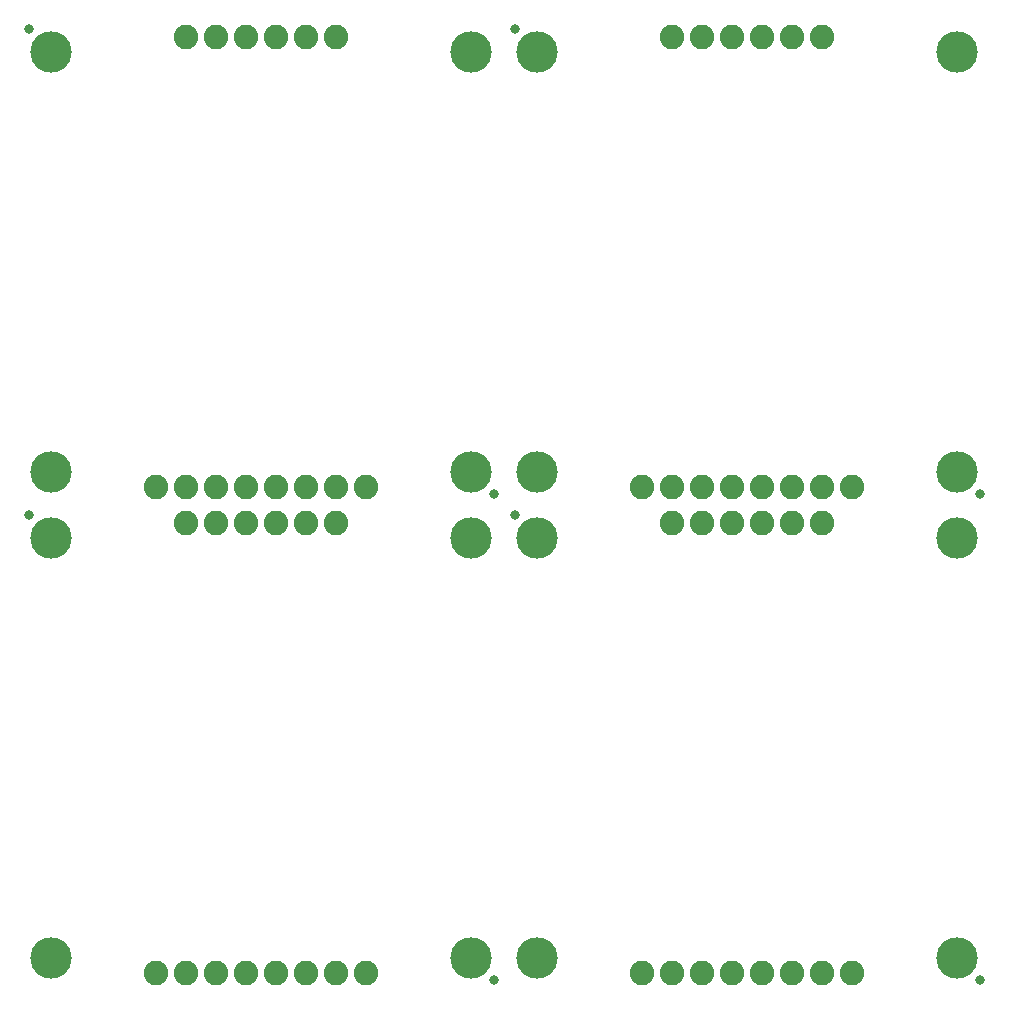
<source format=gbs>
G75*
%MOIN*%
%OFA0B0*%
%FSLAX25Y25*%
%IPPOS*%
%LPD*%
%AMOC8*
5,1,8,0,0,1.08239X$1,22.5*
%
%ADD10C,0.13800*%
%ADD11C,0.08200*%
%ADD12C,0.03300*%
D10*
X0038750Y0038750D03*
X0178750Y0038750D03*
X0200750Y0038750D03*
X0340750Y0038750D03*
X0340750Y0178750D03*
X0340750Y0200750D03*
X0200750Y0200750D03*
X0200750Y0178750D03*
X0178750Y0178750D03*
X0178750Y0200750D03*
X0038750Y0200750D03*
X0038750Y0178750D03*
X0038750Y0340750D03*
X0178750Y0340750D03*
X0200750Y0340750D03*
X0340750Y0340750D03*
D11*
X0295750Y0345750D03*
X0285750Y0345750D03*
X0275750Y0345750D03*
X0265750Y0345750D03*
X0255750Y0345750D03*
X0245750Y0345750D03*
X0133750Y0345750D03*
X0123750Y0345750D03*
X0113750Y0345750D03*
X0103750Y0345750D03*
X0093750Y0345750D03*
X0083750Y0345750D03*
X0083750Y0195750D03*
X0073750Y0195750D03*
X0083750Y0183750D03*
X0093750Y0183750D03*
X0103750Y0183750D03*
X0113750Y0183750D03*
X0123750Y0183750D03*
X0133750Y0183750D03*
X0133750Y0195750D03*
X0123750Y0195750D03*
X0113750Y0195750D03*
X0103750Y0195750D03*
X0093750Y0195750D03*
X0143750Y0195750D03*
X0235750Y0195750D03*
X0245750Y0195750D03*
X0255750Y0195750D03*
X0265750Y0195750D03*
X0275750Y0195750D03*
X0285750Y0195750D03*
X0295750Y0195750D03*
X0305750Y0195750D03*
X0295750Y0183750D03*
X0285750Y0183750D03*
X0275750Y0183750D03*
X0265750Y0183750D03*
X0255750Y0183750D03*
X0245750Y0183750D03*
X0245750Y0033750D03*
X0255750Y0033750D03*
X0265750Y0033750D03*
X0275750Y0033750D03*
X0285750Y0033750D03*
X0295750Y0033750D03*
X0305750Y0033750D03*
X0235750Y0033750D03*
X0143750Y0033750D03*
X0133750Y0033750D03*
X0123750Y0033750D03*
X0113750Y0033750D03*
X0103750Y0033750D03*
X0093750Y0033750D03*
X0083750Y0033750D03*
X0073750Y0033750D03*
D12*
X0186250Y0031250D03*
X0348250Y0031250D03*
X0193250Y0186250D03*
X0186250Y0193250D03*
X0031250Y0186250D03*
X0031250Y0348250D03*
X0193250Y0348250D03*
X0348250Y0193250D03*
M02*

</source>
